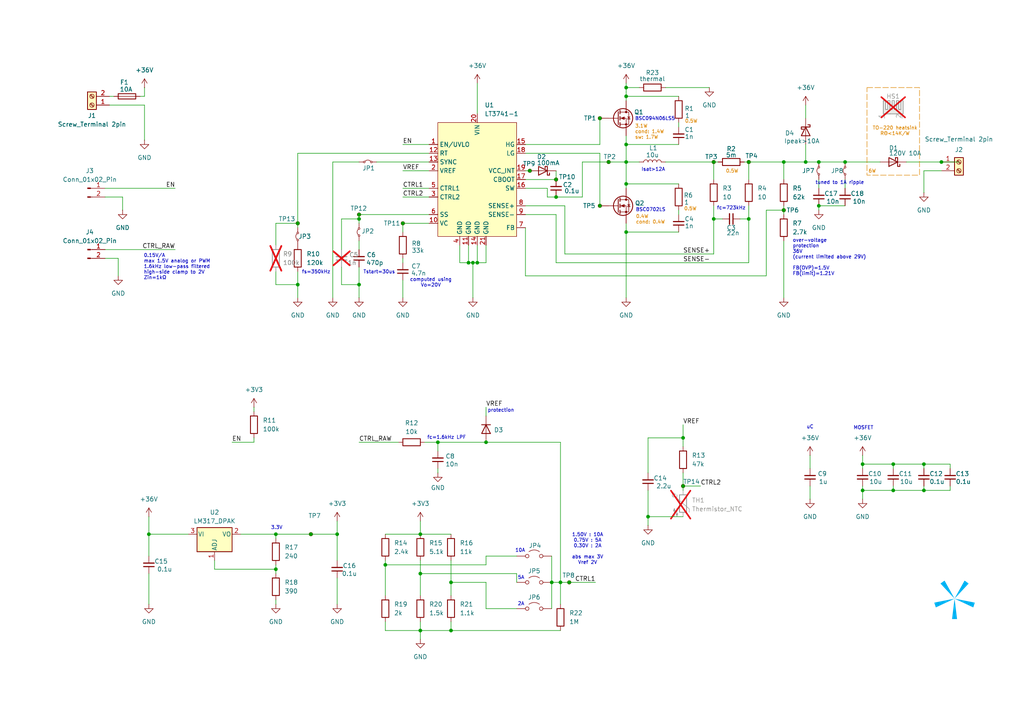
<source format=kicad_sch>
(kicad_sch (version 20250114) (generator "eeschema") (generator_version "9.0")
  (paper "A4")
  (title_block (title "Pulser V2 HC Test Board") (date "2026-01-08") (rev "1") (company "Spark Project") (comment 1 "夕月霞"))
  (rectangle (start 251.46 25.4) (end 266.7 50.8) (stroke (width 0) (type dash) (color 221 133 0 1)))
  (text "fs=350kHz" (at 91.694 78.994 0) (effects (font (size 1 1))))
  (text "computed using\nVo=20V" (at 124.968 82.042 0) (effects (font (size 1 1))))
  (text "3.1W\ncond: 1.4W\nsw: 1.7W" (at 184.15 38.354 0) (effects (font (size 1 1)) (justify left)))
  (text "1.50V : 10A\n0.75V : 5A\n0.30V : 2A\n\nabs max 3V\nVref 2V" (at 170.434 159.258 0) (effects (font (size 1 1))))
  (text "fc=723kHz" (at 212.09 60.452 0) (effects (font (size 1 1))))
  (text "5A" (at 151.13 167.64 0) (effects (font (size 1 1))))
  (text "6W" (at 252.984 49.784 0) (effects (font (size 1 1))))
  (text "3.3V" (at 80.264 153.162 0) (effects (font (size 1 1))))
  (text "fc=1.6kHz LPF" (at 129.54 127 0) (effects (font (size 1 1))))
  (text "over-voltage\nprotection\n36V\n(current limited above 29V)\n\nFB(OVP)=1.5V\nFB(limit)=1.21V" (at 229.87 74.676 0) (effects (font (size 1 1)) (justify left)))
  (text "uC" (at 234.95 123.952 0) (effects (font (size 1 1))))
  (text "MOSFET" (at 250.444 124.206 0) (effects (font (size 1 1))))
  (text "Isat>12A" (at 189.484 49.276 0) (effects (font (size 1 1))))
  (text "0.15V/A\nmax 1.5V analog or PWM\n1.6kHz low-pass filtered\nhigh-side clamp to 2V\nZin=1kΩ" (at 41.656 77.47 0) (effects (font (size 1 1)) (justify left)))
  (text "BSC094N06LS5" (at 189.992 34.544 0) (effects (font (size 1 1))))
  (text "2A" (at 151.13 175.26 0) (effects (font (size 1 1))))
  (text "tuned to 1A ripple" (at 236.474 53.086 0) (effects (font (size 1 1)) (justify left)))
  (text "0.5W" (at 198.628 35.306 0) (effects (font (size 1 1)) (justify left)))
  (text "TO-220 heatsink\nRΘ<14K/W" (at 259.588 38.1 0) (effects (font (size 1 1))))
  (text "Tstart=30us" (at 109.982 78.994 0) (effects (font (size 1 1))))
  (text "protection" (at 145.288 119.126 0) (effects (font (size 1 1))))
  (text "BSC0702LS" (at 188.722 60.96 0) (effects (font (size 1 1))))
  (text "0.5W" (at 198.374 60.706 0) (effects (font (size 1 1)) (justify left)))
  (text "0.4W\ncond: 0.4W" (at 184.404 63.754 0) (effects (font (size 1 1)) (justify left)))
  (text "10A" (at 150.876 159.766 0) (effects (font (size 1 1))))
  (text "0.5W" (at 212.344 49.784 0) (effects (font (size 1 1))))
  (junction (at 86.36 82.55))
  (junction (at 80.01 165.1))
  (junction (at 217.17 46.99))
  (junction (at 97.79 154.94))
  (junction (at 137.16 76.2))
  (junction (at 111.76 163.83))
  (junction (at 181.61 67.31))
  (junction (at 165.1 168.91))
  (junction (at 233.68 46.99))
  (junction (at 121.92 182.88))
  (junction (at 43.18 154.94))
  (junction (at 227.33 46.99))
  (junction (at 104.14 62.23))
  (junction (at 267.97 134.62))
  (junction (at 176.53 46.99))
  (junction (at 217.17 63.5))
  (junction (at 207.01 63.5))
  (junction (at 173.99 59.69))
  (junction (at 181.61 27.94))
  (junction (at 198.12 127))
  (junction (at 121.92 166.37))
  (junction (at 237.49 46.99))
  (junction (at 227.33 60.96))
  (junction (at 259.08 134.62))
  (junction (at 181.61 25.4))
  (junction (at 267.97 142.24))
  (junction (at 130.81 168.91))
  (junction (at 173.99 34.29))
  (junction (at 135.89 76.2))
  (junction (at 273.05 46.99))
  (junction (at 104.14 63.5))
  (junction (at 161.29 57.15))
  (junction (at 86.36 64.77))
  (junction (at 130.81 182.88))
  (junction (at 245.11 46.99))
  (junction (at 187.96 149.86))
  (junction (at 207.01 46.99))
  (junction (at 153.67 49.53))
  (junction (at 90.17 154.94))
  (junction (at 181.61 41.91))
  (junction (at 161.29 52.07))
  (junction (at 181.61 53.34))
  (junction (at 162.56 168.91))
  (junction (at 138.43 76.2))
  (junction (at 198.12 140.97))
  (junction (at 250.19 142.24))
  (junction (at 104.14 82.55))
  (junction (at 259.08 142.24))
  (junction (at 140.97 128.27))
  (junction (at 160.02 168.91))
  (junction (at 237.49 59.69))
  (junction (at 181.61 46.99))
  (junction (at 127 128.27))
  (junction (at 121.92 154.94))
  (junction (at 116.84 64.77))
  (junction (at 80.01 154.94))
  (junction (at 250.19 134.62))
  (wire (pts (xy 80.01 163.83) (xy 80.01 165.1)))
  (wire (pts (xy 227.33 46.99) (xy 233.68 46.99)))
  (wire (pts (xy 140.97 176.53) (xy 140.97 168.91)))
  (wire (pts (xy 140.97 71.12) (xy 140.97 76.2)))
  (wire (pts (xy 207.01 63.5) (xy 209.55 63.5)))
  (wire (pts (xy 43.18 154.94) (xy 54.61 154.94)))
  (wire (pts (xy 187.96 127) (xy 198.12 127)))
  (wire (pts (xy 80.01 64.77) (xy 80.01 71.12)))
  (wire (pts (xy 237.49 52.07) (xy 237.49 54.61)))
  (wire (pts (xy 99.06 77.47) (xy 99.06 82.55)))
  (wire (pts (xy 181.61 46.99) (xy 185.42 46.99)))
  (wire (pts (xy 152.4 80.01) (xy 222.25 80.01)))
  (wire (pts (xy 86.36 44.45) (xy 86.36 64.77)))
  (wire (pts (xy 43.18 175.26) (xy 43.18 166.37)))
  (wire (pts (xy 181.61 27.94) (xy 196.85 27.94)))
  (wire (pts (xy 160.02 161.29) (xy 160.02 168.91)))
  (wire (pts (xy 130.81 182.88) (xy 162.56 182.88)))
  (wire (pts (xy 207.01 46.99) (xy 207.01 52.07)))
  (wire (pts (xy 152.4 44.45) (xy 173.99 44.45)))
  (wire (pts (xy 124.46 54.61) (xy 116.84 54.61)))
  (wire (pts (xy 127 128.27) (xy 140.97 128.27)))
  (wire (pts (xy 121.92 151.13) (xy 121.92 154.94)))
  (wire (pts (xy 99.06 63.5) (xy 99.06 72.39)))
  (wire (pts (xy 217.17 63.5) (xy 217.17 76.2)))
  (wire (pts (xy 140.97 76.2) (xy 138.43 76.2)))
  (wire (pts (xy 273.05 49.53) (xy 267.97 49.53)))
  (wire (pts (xy 140.97 161.29) (xy 140.97 163.83)))
  (wire (pts (xy 137.16 86.36) (xy 137.16 76.2)))
  (wire (pts (xy 130.81 182.88) (xy 130.81 180.34)))
  (wire (pts (xy 267.97 135.89) (xy 267.97 134.62)))
  (wire (pts (xy 30.48 74.93) (xy 34.29 74.93)))
  (wire (pts (xy 161.29 62.23) (xy 161.29 76.2)))
  (wire (pts (xy 163.83 59.69) (xy 163.83 73.66)))
  (wire (pts (xy 104.14 86.36) (xy 104.14 82.55)))
  (wire (pts (xy 135.89 71.12) (xy 135.89 76.2)))
  (wire (pts (xy 181.61 41.91) (xy 181.61 46.99)))
  (wire (pts (xy 259.08 142.24) (xy 250.19 142.24)))
  (wire (pts (xy 31.75 30.48) (xy 41.91 30.48)))
  (wire (pts (xy 267.97 142.24) (xy 259.08 142.24)))
  (wire (pts (xy 96.52 86.36) (xy 96.52 46.99)))
  (wire (pts (xy 181.61 27.94) (xy 181.61 29.21)))
  (wire (pts (xy 250.19 134.62) (xy 250.19 135.89)))
  (wire (pts (xy 97.79 151.13) (xy 97.79 154.94)))
  (wire (pts (xy 80.01 78.74) (xy 80.01 82.55)))
  (wire (pts (xy 173.99 44.45) (xy 173.99 59.69)))
  (wire (pts (xy 104.14 69.85) (xy 104.14 72.39)))
  (wire (pts (xy 267.97 140.97) (xy 267.97 142.24)))
  (wire (pts (xy 140.97 163.83) (xy 111.76 163.83)))
  (wire (pts (xy 160.02 168.91) (xy 162.56 168.91)))
  (wire (pts (xy 97.79 154.94) (xy 90.17 154.94)))
  (wire (pts (xy 149.86 168.91) (xy 149.86 166.37)))
  (wire (pts (xy 80.01 165.1) (xy 80.01 166.37)))
  (wire (pts (xy 181.61 25.4) (xy 185.42 25.4)))
  (wire (pts (xy 275.59 135.89) (xy 275.59 134.62)))
  (wire (pts (xy 193.04 46.99) (xy 207.01 46.99)))
  (wire (pts (xy 104.14 62.23) (xy 104.14 63.5)))
  (wire (pts (xy 111.76 162.56) (xy 111.76 163.83)))
  (wire (pts (xy 73.66 127) (xy 73.66 128.27)))
  (wire (pts (xy 97.79 162.56) (xy 97.79 154.94)))
  (wire (pts (xy 207.01 59.69) (xy 207.01 63.5)))
  (wire (pts (xy 245.11 52.07) (xy 245.11 54.61)))
  (wire (pts (xy 104.14 82.55) (xy 104.14 77.47)))
  (wire (pts (xy 275.59 140.97) (xy 275.59 142.24)))
  (wire (pts (xy 97.79 167.64) (xy 97.79 175.26)))
  (wire (pts (xy 187.96 149.86) (xy 198.12 149.86)))
  (wire (pts (xy 227.33 60.96) (xy 227.33 62.23)))
  (wire (pts (xy 245.11 46.99) (xy 255.27 46.99)))
  (wire (pts (xy 116.84 81.28) (xy 116.84 86.36)))
  (wire (pts (xy 104.14 128.27) (xy 115.57 128.27)))
  (wire (pts (xy 127 128.27) (xy 123.19 128.27)))
  (wire (pts (xy 237.49 46.99) (xy 245.11 46.99)))
  (wire (pts (xy 250.19 140.97) (xy 250.19 142.24)))
  (wire (pts (xy 41.91 25.4) (xy 41.91 27.94)))
  (wire (pts (xy 90.17 154.94) (xy 80.01 154.94)))
  (wire (pts (xy 222.25 80.01) (xy 222.25 60.96)))
  (wire (pts (xy 43.18 154.94) (xy 43.18 161.29)))
  (wire (pts (xy 181.61 24.13) (xy 181.61 25.4)))
  (wire (pts (xy 30.48 72.39) (xy 50.8 72.39)))
  (wire (pts (xy 217.17 46.99) (xy 227.33 46.99)))
  (wire (pts (xy 99.06 63.5) (xy 104.14 63.5)))
  (wire (pts (xy 73.66 128.27) (xy 67.31 128.27)))
  (wire (pts (xy 165.1 168.91) (xy 172.72 168.91)))
  (wire (pts (xy 116.84 57.15) (xy 124.46 57.15)))
  (wire (pts (xy 163.83 73.66) (xy 207.01 73.66)))
  (wire (pts (xy 198.12 123.19) (xy 198.12 127)))
  (wire (pts (xy 116.84 74.93) (xy 116.84 76.2)))
  (wire (pts (xy 35.56 57.15) (xy 35.56 60.96)))
  (wire (pts (xy 259.08 140.97) (xy 259.08 142.24)))
  (wire (pts (xy 86.36 64.77) (xy 86.36 66.04)))
  (wire (pts (xy 96.52 46.99) (xy 104.14 46.99)))
  (wire (pts (xy 198.12 137.16) (xy 198.12 140.97)))
  (wire (pts (xy 34.29 74.93) (xy 34.29 80.01)))
  (wire (pts (xy 152.4 66.04) (xy 152.4 80.01)))
  (wire (pts (xy 259.08 135.89) (xy 259.08 134.62)))
  (wire (pts (xy 158.75 57.15) (xy 158.75 54.61)))
  (wire (pts (xy 41.91 30.48) (xy 41.91 40.64)))
  (wire (pts (xy 196.85 60.96) (xy 196.85 62.23)))
  (wire (pts (xy 140.97 128.27) (xy 162.56 128.27)))
  (wire (pts (xy 181.61 64.77) (xy 181.61 67.31)))
  (wire (pts (xy 162.56 168.91) (xy 162.56 175.26)))
  (wire (pts (xy 233.68 41.91) (xy 233.68 46.99)))
  (wire (pts (xy 181.61 41.91) (xy 196.85 41.91)))
  (wire (pts (xy 181.61 46.99) (xy 181.61 53.34)))
  (wire (pts (xy 86.36 44.45) (xy 124.46 44.45)))
  (wire (pts (xy 168.91 46.99) (xy 168.91 57.15)))
  (wire (pts (xy 121.92 182.88) (xy 130.81 182.88)))
  (wire (pts (xy 207.01 46.99) (xy 208.28 46.99)))
  (wire (pts (xy 121.92 162.56) (xy 121.92 166.37)))
  (wire (pts (xy 267.97 49.53) (xy 267.97 55.88)))
  (wire (pts (xy 80.01 156.21) (xy 80.01 154.94)))
  (wire (pts (xy 130.81 168.91) (xy 130.81 172.72)))
  (wire (pts (xy 198.12 140.97) (xy 198.12 142.24)))
  (wire (pts (xy 138.43 71.12) (xy 138.43 76.2)))
  (wire (pts (xy 227.33 69.85) (xy 227.33 86.36)))
  (wire (pts (xy 173.99 41.91) (xy 173.99 34.29)))
  (wire (pts (xy 181.61 67.31) (xy 196.85 67.31)))
  (wire (pts (xy 233.68 30.48) (xy 233.68 34.29)))
  (wire (pts (xy 187.96 127) (xy 187.96 137.16)))
  (wire (pts (xy 162.56 128.27) (xy 162.56 168.91)))
  (wire (pts (xy 149.86 161.29) (xy 140.97 161.29)))
  (wire (pts (xy 181.61 67.31) (xy 181.61 86.36)))
  (wire (pts (xy 207.01 63.5) (xy 207.01 73.66)))
  (wire (pts (xy 86.36 82.55) (xy 86.36 86.36)))
  (wire (pts (xy 86.36 64.77) (xy 80.01 64.77)))
  (wire (pts (xy 80.01 173.99) (xy 80.01 175.26)))
  (wire (pts (xy 73.66 118.11) (xy 73.66 119.38)))
  (wire (pts (xy 181.61 39.37) (xy 181.61 41.91)))
  (wire (pts (xy 196.85 35.56) (xy 196.85 36.83)))
  (wire (pts (xy 116.84 41.91) (xy 124.46 41.91)))
  (wire (pts (xy 234.95 132.08) (xy 234.95 135.89)))
  (wire (pts (xy 121.92 154.94) (xy 130.81 154.94)))
  (wire (pts (xy 121.92 182.88) (xy 121.92 185.42)))
  (wire (pts (xy 116.84 49.53) (xy 124.46 49.53)))
  (wire (pts (xy 214.63 63.5) (xy 217.17 63.5)))
  (wire (pts (xy 152.4 62.23) (xy 161.29 62.23)))
  (wire (pts (xy 275.59 134.62) (xy 267.97 134.62)))
  (wire (pts (xy 181.61 25.4) (xy 181.61 27.94)))
  (wire (pts (xy 149.86 176.53) (xy 140.97 176.53)))
  (wire (pts (xy 133.35 71.12) (xy 133.35 76.2)))
  (wire (pts (xy 181.61 53.34) (xy 181.61 54.61)))
  (wire (pts (xy 111.76 182.88) (xy 121.92 182.88)))
  (wire (pts (xy 217.17 52.07) (xy 217.17 46.99)))
  (wire (pts (xy 162.56 168.91) (xy 165.1 168.91)))
  (wire (pts (xy 62.23 165.1) (xy 80.01 165.1)))
  (wire (pts (xy 152.4 49.53) (xy 153.67 49.53)))
  (wire (pts (xy 237.49 59.69) (xy 245.11 59.69)))
  (wire (pts (xy 158.75 54.61) (xy 152.4 54.61)))
  (wire (pts (xy 130.81 162.56) (xy 130.81 168.91)))
  (wire (pts (xy 193.04 25.4) (xy 205.74 25.4)))
  (wire (pts (xy 187.96 149.86) (xy 187.96 152.4)))
  (wire (pts (xy 30.48 57.15) (xy 35.56 57.15)))
  (wire (pts (xy 31.75 27.94) (xy 33.02 27.94)))
  (wire (pts (xy 152.4 59.69) (xy 163.83 59.69)))
  (wire (pts (xy 161.29 49.53) (xy 161.29 52.07)))
  (wire (pts (xy 80.01 82.55) (xy 86.36 82.55)))
  (wire (pts (xy 161.29 76.2) (xy 217.17 76.2)))
  (wire (pts (xy 237.49 59.69) (xy 237.49 60.96)))
  (wire (pts (xy 69.85 154.94) (xy 80.01 154.94)))
  (wire (pts (xy 121.92 166.37) (xy 149.86 166.37)))
  (wire (pts (xy 222.25 60.96) (xy 227.33 60.96)))
  (wire (pts (xy 278.13 46.99) (xy 273.05 46.99)))
  (wire (pts (xy 62.23 162.56) (xy 62.23 165.1)))
  (wire (pts (xy 86.36 78.74) (xy 86.36 82.55)))
  (wire (pts (xy 227.33 46.99) (xy 227.33 52.07)))
  (wire (pts (xy 111.76 154.94) (xy 121.92 154.94)))
  (wire (pts (xy 109.22 46.99) (xy 124.46 46.99)))
  (wire (pts (xy 127 130.81) (xy 127 128.27)))
  (wire (pts (xy 187.96 142.24) (xy 187.96 149.86)))
  (wire (pts (xy 135.89 76.2) (xy 137.16 76.2)))
  (wire (pts (xy 140.97 118.11) (xy 140.97 120.65)))
  (wire (pts (xy 127 135.89) (xy 127 137.16)))
  (wire (pts (xy 111.76 180.34) (xy 111.76 182.88)))
  (wire (pts (xy 40.64 27.94) (xy 41.91 27.94)))
  (wire (pts (xy 267.97 134.62) (xy 259.08 134.62)))
  (wire (pts (xy 152.4 41.91) (xy 173.99 41.91)))
  (wire (pts (xy 234.95 140.97) (xy 234.95 144.78)))
  (wire (pts (xy 104.14 62.23) (xy 124.46 62.23)))
  (wire (pts (xy 275.59 142.24) (xy 267.97 142.24)))
  (wire (pts (xy 158.75 57.15) (xy 161.29 57.15)))
  (wire (pts (xy 43.18 149.86) (xy 43.18 154.94)))
  (wire (pts (xy 160.02 168.91) (xy 160.02 176.53)))
  (wire (pts (xy 217.17 59.69) (xy 217.17 63.5)))
  (wire (pts (xy 138.43 76.2) (xy 137.16 76.2)))
  (wire (pts (xy 259.08 134.62) (xy 250.19 134.62)))
  (wire (pts (xy 138.43 24.13) (xy 138.43 33.02)))
  (wire (pts (xy 152.4 52.07) (xy 161.29 52.07)))
  (wire (pts (xy 250.19 142.24) (xy 250.19 144.78)))
  (wire (pts (xy 133.35 76.2) (xy 135.89 76.2)))
  (wire (pts (xy 227.33 59.69) (xy 227.33 60.96)))
  (wire (pts (xy 30.48 54.61) (xy 50.8 54.61)))
  (wire (pts (xy 121.92 166.37) (xy 121.92 172.72)))
  (wire (pts (xy 215.9 46.99) (xy 217.17 46.99)))
  (wire (pts (xy 140.97 168.91) (xy 130.81 168.91)))
  (wire (pts (xy 262.89 46.99) (xy 273.05 46.99)))
  (wire (pts (xy 104.14 63.5) (xy 104.14 64.77)))
  (wire (pts (xy 198.12 127) (xy 198.12 129.54)))
  (wire (pts (xy 181.61 53.34) (xy 196.85 53.34)))
  (wire (pts (xy 233.68 46.99) (xy 237.49 46.99)))
  (wire (pts (xy 121.92 180.34) (xy 121.92 182.88)))
  (wire (pts (xy 116.84 64.77) (xy 124.46 64.77)))
  (wire (pts (xy 111.76 163.83) (xy 111.76 172.72)))
  (wire (pts (xy 198.12 140.97) (xy 203.2 140.97)))
  (wire (pts (xy 176.53 46.99) (xy 181.61 46.99)))
  (wire (pts (xy 116.84 67.31) (xy 116.84 64.77)))
  (wire (pts (xy 168.91 46.99) (xy 176.53 46.99)))
  (wire (pts (xy 99.06 82.55) (xy 104.14 82.55)))
  (wire (pts (xy 250.19 132.08) (xy 250.19 134.62)))
  (wire (pts (xy 161.29 57.15) (xy 168.91 57.15)))
  (image (at 276.86 173.99) (scale 1.13867))
  (label "CTRL_RAW" (at 50.8 72.39 180))
  (label "CTRL2" (at 203.2 140.97 0))
  (label "VREF" (at 140.97 118.11 0))
  (label "CTRL2" (at 116.84 57.15 0))
  (label "CTRL1" (at 172.72 168.91 180))
  (label "SENSE+" (at 198.12 73.66 0))
  (label "CTRL1" (at 116.84 54.61 0))
  (label "VREF" (at 116.84 49.53 0))
  (label "VREF" (at 198.12 123.19 0))
  (label "EN" (at 50.8 54.61 180))
  (label "SENSE-" (at 198.12 76.2 0))
  (label "EN" (at 67.31 128.27 0))
  (label "EN" (at 116.84 41.91 0))
  (label "CTRL_RAW" (at 104.14 128.27 0))
  (symbol (lib_id "Device:R") (at 111.76 176.53 180) (unit 1)
    (property "Reference" "R19" (at 114.3 175.2599 0) (effects (justify right)))
    (property "Value" "2k" (at 114.3 177.7999 0) (effects (justify right)))
    (property "Footprint" "Resistor_SMD:R_0603_1608Metric" (effects (hide yes)))
    (property "Description" "Resistor" (effects (hide yes)))
  )
  (symbol (lib_id "Device:L") (at 189.23 46.99 90) (unit 1)
    (property "Reference" "L1" (at 189.484 42.926 90))
    (property "Value" "10u" (at 189.23 44.958 90))
    (property "Footprint" "Inductor_SMD:L_Bourns_SRP1245A" (effects (hide yes)))
    (property "Description" "Inductor" (effects (hide yes)))
    (property "LCSC" "C840531" (effects (hide yes)))
  )
  (symbol (lib_id "power:VCC") (at 121.92 151.13 0) (unit 1)
    (property "Reference" "#PWR023" (effects (hide yes)))
    (property "Value" "+3V3" (at 121.92 146.05 0))
    (property "Description" "Power symbol creates a global label with name \"VCC\"" (effects (hide yes)))
  )
  (symbol (lib_id "Jumper:Jumper_2_Small_Bridged") (at 245.11 49.53 90) (unit 1) (in_bom no)
    (property "Reference" "JP8" (at 242.824 49.53 90))
    (property "Value" "Jumper_2_Small_Bridged" (effects (hide yes)))
    (property "Footprint" "Jumper:SolderJumper-2_P1.3mm_Bridged_RoundedPad1.0x1.5mm" (effects (hide yes)))
    (property "Description" "Jumper, 2-pole, small symbol, bridged" (effects (hide yes)))
  )
  (symbol (lib_id "Connector:Screw_Terminal_01x02") (at 26.67 30.48 180) (unit 1)
    (property "Reference" "J1" (at 26.67 33.528 0))
    (property "Value" "Screw_Terminal 2pin" (at 26.67 36.068 0))
    (property "Footprint" "SparkAll:Wurth_TerminalBlock_2pin_P5mm_691137710002" (effects (hide yes)))
    (property "Description" "Generic screw terminal, single row, 01x02, script generated (kicad-library-utils/schlib/autogen/connector/)" (effects (hide yes)))
    (property "LCSC" "C8269" (effects (hide yes)))
  )
  (symbol (lib_id "Device:C_Small") (at 116.84 78.74 180) (unit 1)
    (property "Reference" "C7" (at 120.65 77.216 0))
    (property "Value" "4.7n" (at 121.412 79.248 0))
    (property "Footprint" "Capacitor_SMD:C_0603_1608Metric" (effects (hide yes)))
    (property "Description" "Unpolarized capacitor, small symbol" (effects (hide yes)))
    (property "LCSC" "C53987" (effects (hide yes)))
  )
  (symbol (lib_id "Device:Q_NMOS") (at 179.07 34.29 0) (unit 1)
    (property "Reference" "Q1" (at 183.896 32.512 0) (effects (justify left)))
    (property "Value" "N-ch, Vds>=60V, low Qgs" (effects (hide yes)))
    (property "Footprint" "SparkAll:Infineon-TG-TDSON-8-NMOS" (effects (hide yes)))
    (property "Description" "N-MOSFET transistor, source/gate/drain" (effects (hide yes)))
    (property "LCSC" "C3278729" (effects (hide yes)))
  )
  (symbol (lib_id "Jumper:Jumper_2_Open") (at 154.94 161.29 0) (unit 1)
    (property "Reference" "JP4" (at 155.194 158.242 0))
    (property "Footprint" "Connector_PinHeader_2.54mm:PinHeader_1x02_P2.54mm_Vertical" (effects (hide yes)))
    (property "Description" "Jumper, 2-pole, open" (effects (hide yes)))
    (property "LCSC" "C492401" (effects (hide yes)))
  )
  (symbol (lib_id "power:GND") (at 34.29 80.01 0) (unit 1)
    (property "Reference" "#PWR07" (effects (hide yes)))
    (property "Value" "GND" (at 34.29 85.09 0))
    (property "Description" "Power symbol creates a global label with name \"GND\" , ground" (effects (hide yes)))
  )
  (symbol (lib_id "Connector:TestPoint_Small") (at 104.14 62.23 0) (unit 1) (in_bom no)
    (property "Reference" "TP12" (at 101.6 60.452 0) (effects (justify left)))
    (property "Value" "TestPoint" (effects (hide yes)))
    (property "Footprint" "TestPoint:TestPoint_Pad_D1.5mm" (effects (hide yes)))
    (property "Description" "test point" (effects (hide yes)))
  )
  (symbol (lib_id "Device:C_Small") (at 127 133.35 180) (unit 1)
    (property "Reference" "C8" (at 130.556 132.334 0))
    (property "Value" "10n" (at 131.064 134.62 0))
    (property "Footprint" "Capacitor_SMD:C_0603_1608Metric" (effects (hide yes)))
    (property "Description" "Unpolarized capacitor, small symbol" (effects (hide yes)))
    (property "LCSC" "C57112" (effects (hide yes)))
  )
  (symbol (lib_id "Device:R") (at 196.85 57.15 0) (unit 1)
    (property "Reference" "R6" (at 199.644 56.642 0))
    (property "Value" "1" (at 199.136 58.674 0))
    (property "Footprint" "Resistor_SMD:R_1206_3216Metric" (effects (hide yes)))
    (property "Description" "Resistor" (effects (hide yes)))
    (property "LCSC" "C2759212" (effects (hide yes)))
  )
  (symbol (lib_name "D_Schottky_1") (lib_id "Device:D_Schottky") (at 233.68 38.1 270) (unit 1)
    (property "Reference" "D4" (at 230.378 38.608 90) (effects (justify right)))
    (property "Value" "Ipeak>10A" (at 237.744 40.894 90) (effects (justify right)))
    (property "Footprint" "SparkAll:TO-227A-2P" (effects (hide yes)))
    (property "Description" "Schottky diode" (effects (hide yes)))
    (property "LCSC" "C2927414" (effects (hide yes)))
  )
  (symbol (lib_id "Device:R") (at 116.84 71.12 0) (unit 1)
    (property "Reference" "R8" (at 119.38 70.612 0) (effects (justify left)))
    (property "Value" "33k" (at 119.38 72.644 0) (effects (justify left)))
    (property "Footprint" "Resistor_SMD:R_0603_1608Metric" (effects (hide yes)))
    (property "Description" "Resistor" (effects (hide yes)))
  )
  (symbol (lib_id "power:VCC") (at 181.61 24.13 0) (unit 1)
    (property "Reference" "#PWR02" (effects (hide yes)))
    (property "Value" "+36V" (at 181.61 19.05 0))
    (property "Description" "Power symbol creates a global label with name \"VCC\"" (effects (hide yes)))
  )
  (symbol (lib_id "Connector:TestPoint_Small") (at 176.53 46.99 0) (unit 1) (in_bom no)
    (property "Reference" "TP2" (at 175.006 45.466 0) (effects (justify left)))
    (property "Value" "TestPoint" (effects (hide yes)))
    (property "Footprint" "TestPoint:TestPoint_Pad_D1.5mm" (effects (hide yes)))
    (property "Description" "test point" (effects (hide yes)))
  )
  (symbol (lib_id "power:GND") (at 181.61 86.36 0) (unit 1)
    (property "Reference" "#PWR013" (effects (hide yes)))
    (property "Value" "GND" (at 181.61 91.44 0))
    (property "Description" "Power symbol creates a global label with name \"GND\" , ground" (effects (hide yes)))
  )
  (symbol (lib_id "Jumper:Jumper_2_Small_Bridged") (at 86.36 68.58 90) (unit 1) (in_bom no)
    (property "Reference" "JP3" (at 88.392 68.58 90))
    (property "Value" "Jumper_2_Small_Bridged" (effects (hide yes)))
    (property "Footprint" "Jumper:SolderJumper-2_P1.3mm_Bridged_RoundedPad1.0x1.5mm" (effects (hide yes)))
    (property "Description" "Jumper, 2-pole, small symbol, bridged" (effects (hide yes)))
  )
  (symbol (lib_id "power:VCC") (at 97.79 151.13 0) (unit 1)
    (property "Reference" "#PWR022" (effects (hide yes)))
    (property "Value" "+3V3" (at 97.79 146.05 0))
    (property "Description" "Power symbol creates a global label with name \"VCC\"" (effects (hide yes)))
  )
  (symbol (lib_id "Device:R") (at 73.66 123.19 0) (unit 1)
    (property "Reference" "R11" (at 76.2 121.9199 0) (effects (justify left)))
    (property "Value" "100k" (at 76.2 124.4599 0) (effects (justify left)))
    (property "Footprint" "Resistor_SMD:R_0603_1608Metric" (effects (hide yes)))
    (property "Description" "Resistor" (effects (hide yes)))
  )
  (symbol (lib_id "power:GND") (at 80.01 175.26 0) (unit 1)
    (property "Reference" "#PWR028" (effects (hide yes)))
    (property "Value" "GND" (at 80.01 180.34 0))
    (property "Description" "Power symbol creates a global label with name \"GND\" , ground" (effects (hide yes)))
  )
  (symbol (lib_id "Device:C_Small") (at 267.97 138.43 180) (unit 1)
    (property "Reference" "C12" (at 271.526 137.414 0))
    (property "Value" "0.1u" (at 271.78 139.7 0))
    (property "Footprint" "Capacitor_SMD:C_0603_1608Metric" (effects (hide yes)))
    (property "Description" "Unpolarized capacitor, small symbol" (effects (hide yes)))
    (property "LCSC" "C14663" (effects (hide yes)))
  )
  (symbol (lib_id "Device:C_Small") (at 104.14 74.93 180) (unit 1)
    (property "Reference" "C6" (at 107.696 73.914 0))
    (property "Value" "470p" (at 108.712 76.2 0))
    (property "Footprint" "Capacitor_SMD:C_0603_1608Metric" (effects (hide yes)))
    (property "Description" "Unpolarized capacitor, small symbol" (effects (hide yes)))
    (property "LCSC" "C1620" (effects (hide yes)))
  )
  (symbol (lib_id "power:VCC") (at 73.66 118.11 0) (unit 1)
    (property "Reference" "#PWR015" (effects (hide yes)))
    (property "Value" "+3V3" (at 73.66 113.03 0))
    (property "Description" "Power symbol creates a global label with name \"VCC\"" (effects (hide yes)))
  )
  (symbol (lib_id "Device:R") (at 189.23 25.4 90) (unit 1)
    (property "Reference" "R23" (at 189.23 21.082 90))
    (property "Value" "thermal" (at 189.23 22.86 90))
    (property "Footprint" "Resistor_SMD:R_1225_3264Metric" (effects (hide yes)))
    (property "Description" "Resistor" (effects (hide yes)))
    (property "LCSC" "C22414428" (effects (hide yes)))
  )
  (symbol (lib_id "Connector:TestPoint_Small") (at 207.01 46.99 0) (unit 1) (in_bom no)
    (property "Reference" "TP3" (at 204.47 45.466 0) (effects (justify left)))
    (property "Value" "TestPoint" (effects (hide yes)))
    (property "Footprint" "TestPoint:TestPoint_Pad_D1.5mm" (effects (hide yes)))
    (property "Description" "test point" (effects (hide yes)))
  )
  (symbol (lib_id "Device:C_Small") (at 97.79 165.1 180) (unit 1)
    (property "Reference" "C16" (at 101.346 164.084 0))
    (property "Value" "0.1u" (at 101.346 166.37 0))
    (property "Footprint" "Capacitor_SMD:C_0603_1608Metric" (effects (hide yes)))
    (property "Description" "Unpolarized capacitor, small symbol" (effects (hide yes)))
    (property "LCSC" "C14663" (effects (hide yes)))
  )
  (symbol (lib_id "Device:R") (at 80.01 170.18 0) (unit 1)
    (property "Reference" "R18" (at 82.55 168.9099 0) (effects (justify left)))
    (property "Value" "390" (at 82.55 171.4499 0) (effects (justify left)))
    (property "Footprint" "Resistor_SMD:R_0603_1608Metric" (effects (hide yes)))
    (property "Description" "Resistor" (effects (hide yes)))
  )
  (symbol (lib_id "Connector:TestPoint_Small") (at 227.33 60.96 270) (unit 1) (in_bom no)
    (property "Reference" "TP6" (at 228.092 60.96 90) (effects (justify left)))
    (property "Value" "TestPoint" (effects (hide yes)))
    (property "Footprint" "TestPoint:TestPoint_Pad_D1.5mm" (effects (hide yes)))
    (property "Description" "test point" (effects (hide yes)))
  )
  (symbol (lib_id "power:GND") (at 267.97 55.88 0) (unit 1)
    (property "Reference" "#PWR05" (effects (hide yes)))
    (property "Value" "GND" (at 267.97 60.96 0))
    (property "Description" "Power symbol creates a global label with name \"GND\" , ground" (effects (hide yes)))
  )
  (symbol (lib_id "power:VCC") (at 250.19 132.08 0) (unit 1)
    (property "Reference" "#PWR017" (effects (hide yes)))
    (property "Value" "+36V" (at 250.19 127 0))
    (property "Description" "Power symbol creates a global label with name \"VCC\"" (effects (hide yes)))
  )
  (symbol (lib_id "power:GND") (at 205.74 25.4 0) (unit 1)
    (property "Reference" "#PWR031" (effects (hide yes)))
    (property "Value" "GND" (at 205.74 30.48 0))
    (property "Description" "Power symbol creates a global label with name \"GND\" , ground" (effects (hide yes)))
  )
  (symbol (lib_id "Device:D_Schottky") (at 259.08 46.99 180) (unit 1)
    (property "Reference" "D1" (at 257.81 42.926 0) (effects (justify right)))
    (property "Value" "120V 10A" (at 257.81 44.45 0) (effects (justify right)))
    (property "Footprint" "Package_TO_SOT_THT:TO-220-2_Vertical" (effects (hide yes)))
    (property "Description" "Schottky diode" (effects (hide yes)))
    (property "LCSC" "C10623" (effects (hide yes)))
  )
  (symbol (lib_id "power:GND") (at 43.18 175.26 0) (unit 1)
    (property "Reference" "#PWR027" (effects (hide yes)))
    (property "Value" "GND" (at 43.18 180.34 0))
    (property "Description" "Power symbol creates a global label with name \"GND\" , ground" (effects (hide yes)))
  )
  (symbol (lib_id "Device:R") (at 121.92 176.53 180) (unit 1)
    (property "Reference" "R20" (at 124.46 175.2599 0) (effects (justify right)))
    (property "Value" "1.5k" (at 124.46 177.7999 0) (effects (justify right)))
    (property "Footprint" "Resistor_SMD:R_0603_1608Metric" (effects (hide yes)))
    (property "Description" "Resistor" (effects (hide yes)))
  )
  (symbol (lib_id "power:GND") (at 41.91 40.64 0) (unit 1)
    (property "Reference" "#PWR04" (effects (hide yes)))
    (property "Value" "GND" (at 41.91 45.72 0))
    (property "Description" "Power symbol creates a global label with name \"GND\" , ground" (effects (hide yes)))
  )
  (symbol (lib_id "Device:C_Small") (at 245.11 57.15 180) (unit 1)
    (property "Reference" "C18" (at 248.666 56.134 0))
    (property "Value" "10n" (at 249.174 58.42 0))
    (property "Footprint" "Capacitor_SMD:C_0603_1608Metric" (effects (hide yes)))
    (property "Description" "Unpolarized capacitor, small symbol" (effects (hide yes)))
    (property "LCSC" "C57112" (effects (hide yes)))
  )
  (symbol (lib_id "Connector:Conn_01x02_Pin") (at 25.4 54.61 0) (unit 1)
    (property "Reference" "J3" (at 26.035 49.53 0))
    (property "Value" "Conn_01x02_Pin" (at 26.035 52.07 0))
    (property "Footprint" "Connector_PinHeader_2.54mm:PinHeader_1x02_P2.54mm_Vertical" (effects (hide yes)))
    (property "Description" "Generic connector, single row, 01x02, script generated" (effects (hide yes)))
    (property "LCSC" "C492401" (effects (hide yes)))
  )
  (symbol (lib_id "Device:Fuse") (at 36.83 27.94 90) (unit 1)
    (property "Reference" "F1" (at 36.068 23.876 90))
    (property "Value" "10A" (at 36.576 25.908 90))
    (property "Footprint" "Fuse:Fuse_Littelfuse-NANO2-451_453" (effects (hide yes)))
    (property "Description" "Fuse" (effects (hide yes)))
    (property "LCSC" "C44479" (effects (hide yes)))
  )
  (symbol (lib_id "Device:C_Small") (at 99.06 74.93 180) (unit 1) (dnp yes)
    (property "Reference" "C5" (at 102.616 73.914 0))
    (property "Value" "1n" (at 102.108 76.2 0))
    (property "Footprint" "Capacitor_SMD:C_0603_1608Metric" (effects (hide yes)))
    (property "Description" "Unpolarized capacitor, small symbol" (effects (hide yes)))
    (property "LCSC" "C1588" (effects (hide yes)))
  )
  (symbol (lib_id "Device:Thermistor_NTC") (at 198.12 146.05 0) (unit 1) (dnp yes)
    (property "Reference" "TH1" (at 200.66 145.0974 0) (effects (justify left)))
    (property "Value" "Thermistor_NTC" (at 200.66 147.6374 0) (effects (justify left)))
    (property "Footprint" "Resistor_SMD:R_0603_1608Metric" (effects (hide yes)))
    (property "Description" "Temperature dependent resistor, negative temperature coefficient" (effects (hide yes)))
  )
  (symbol (lib_id "Device:R") (at 227.33 55.88 0) (unit 1)
    (property "Reference" "R5" (at 229.87 54.6099 0) (effects (justify left)))
    (property "Value" "62k" (at 229.87 57.1499 0) (effects (justify left)))
    (property "Footprint" "Resistor_SMD:R_0603_1608Metric" (effects (hide yes)))
    (property "Description" "Resistor" (effects (hide yes)))
  )
  (symbol (lib_id "Device:R") (at 121.92 158.75 0) (unit 1)
    (property "Reference" "R15" (at 124.46 157.4799 0) (effects (justify left)))
    (property "Value" "5.1k" (at 124.46 160.0199 0) (effects (justify left)))
    (property "Footprint" "Resistor_SMD:R_0603_1608Metric" (effects (hide yes)))
    (property "Description" "Resistor" (effects (hide yes)))
  )
  (symbol (lib_id "Connector:TestPoint_Small") (at 86.36 64.77 0) (unit 1) (in_bom no)
    (property "Reference" "TP13" (at 80.772 63.5 0) (effects (justify left)))
    (property "Value" "TestPoint" (effects (hide yes)))
    (property "Footprint" "TestPoint:TestPoint_Pad_D1.5mm" (effects (hide yes)))
    (property "Description" "test point" (effects (hide yes)))
  )
  (symbol (lib_id "power:GND") (at 187.96 152.4 0) (unit 1)
    (property "Reference" "#PWR024" (effects (hide yes)))
    (property "Value" "GND" (at 187.96 157.48 0))
    (property "Description" "Power symbol creates a global label with name \"GND\" , ground" (effects (hide yes)))
  )
  (symbol (lib_id "power:GND") (at 227.33 86.36 0) (unit 1)
    (property "Reference" "#PWR014" (effects (hide yes)))
    (property "Value" "GND" (at 227.33 91.44 0))
    (property "Description" "Power symbol creates a global label with name \"GND\" , ground" (effects (hide yes)))
  )
  (symbol (lib_id "Connector:Screw_Terminal_01x02") (at 278.13 46.99 0) (unit 1)
    (property "Reference" "J2" (at 278.13 43.434 0))
    (property "Value" "Screw_Terminal 2pin" (at 278.13 40.386 0))
    (property "Footprint" "SparkAll:Wurth_TerminalBlock_2pin_P5mm_691137710002" (effects (hide yes)))
    (property "Description" "Generic screw terminal, single row, 01x02, script generated (kicad-library-utils/schlib/autogen/connector/)" (effects (hide yes)))
    (property "LCSC" "C8269" (effects (hide yes)))
  )
  (symbol (lib_id "Connector:TestPoint_Small") (at 173.99 34.29 90) (unit 1) (in_bom no)
    (property "Reference" "TP1" (at 172.974 34.29 90) (effects (justify left)))
    (property "Value" "TestPoint" (effects (hide yes)))
    (property "Footprint" "TestPoint:TestPoint_Pad_D1.5mm" (effects (hide yes)))
    (property "Description" "test point" (effects (hide yes)))
  )
  (symbol (lib_id "Device:R") (at 207.01 55.88 0) (unit 1)
    (property "Reference" "R3" (at 209.55 54.6099 0) (effects (justify left)))
    (property "Value" "10" (at 209.55 57.1499 0) (effects (justify left)))
    (property "Footprint" "Resistor_SMD:R_0603_1608Metric" (effects (hide yes)))
    (property "Description" "Resistor" (effects (hide yes)))
    (property "LCSC" "C22859" (effects (hide yes)))
  )
  (symbol (lib_id "Device:C_Small") (at 43.18 163.83 180) (unit 1)
    (property "Reference" "C15" (at 46.736 162.814 0))
    (property "Value" "0.1u" (at 47.752 165.1 0))
    (property "Footprint" "Capacitor_SMD:C_0603_1608Metric" (effects (hide yes)))
    (property "Description" "Unpolarized capacitor, small symbol" (effects (hide yes)))
    (property "LCSC" "C14663" (effects (hide yes)))
  )
  (symbol (lib_id "Connector:TestPoint_Small") (at 90.17 154.94 0) (unit 1) (in_bom no)
    (property "Reference" "TP7" (at 89.408 149.606 0) (effects (justify left)))
    (property "Value" "TestPoint" (effects (hide yes)))
    (property "Footprint" "TestPoint:TestPoint_Pad_D1.5mm" (effects (hide yes)))
    (property "Description" "test point" (effects (hide yes)))
  )
  (symbol (lib_id "Connector:TestPoint_Small") (at 165.1 168.91 0) (unit 1) (in_bom no)
    (property "Reference" "TP8" (at 163.068 166.878 0) (effects (justify left)))
    (property "Value" "TestPoint" (effects (hide yes)))
    (property "Footprint" "TestPoint:TestPoint_Pad_D1.5mm" (effects (hide yes)))
    (property "Description" "test point" (effects (hide yes)))
  )
  (symbol (lib_id "Device:C_Small") (at 250.19 138.43 180) (unit 1)
    (property "Reference" "C10" (at 253.746 137.414 0))
    (property "Value" "10u" (at 254 139.7 0))
    (property "Footprint" "Capacitor_SMD:C_1206_3216Metric" (effects (hide yes)))
    (property "Description" "Unpolarized capacitor, small symbol" (effects (hide yes)))
    (property "LCSC" "C13585" (effects (hide yes)))
  )
  (symbol (lib_id "Jumper:Jumper_2_Open") (at 154.94 176.53 0) (unit 1)
    (property "Reference" "JP6" (at 154.94 173.228 0))
    (property "Footprint" "Connector_PinHeader_2.54mm:PinHeader_1x02_P2.54mm_Vertical" (effects (hide yes)))
    (property "Description" "Jumper, 2-pole, open" (effects (hide yes)))
    (property "LCSC" "C492401" (effects (hide yes)))
  )
  (symbol (lib_id "power:GND") (at 137.16 86.36 0) (unit 1)
    (property "Reference" "#PWR012" (effects (hide yes)))
    (property "Value" "GND" (at 137.16 91.44 0))
    (property "Description" "Power symbol creates a global label with name \"GND\" , ground" (effects (hide yes)))
  )
  (symbol (lib_id "Device:R") (at 162.56 179.07 0) (unit 1)
    (property "Reference" "R22" (at 165.1 177.7999 0) (effects (justify left)))
    (property "Value" "1M" (at 165.1 180.3399 0) (effects (justify left)))
    (property "Footprint" "Resistor_SMD:R_0603_1608Metric" (effects (hide yes)))
    (property "Description" "Resistor" (effects (hide yes)))
  )
  (symbol (lib_id "Device:C_Small") (at 234.95 138.43 180) (unit 1)
    (property "Reference" "C9" (at 238.506 137.414 0))
    (property "Value" "1u" (at 238.76 139.7 0))
    (property "Footprint" "Capacitor_SMD:C_1206_3216Metric" (effects (hide yes)))
    (property "Description" "Unpolarized capacitor, small symbol" (effects (hide yes)))
    (property "LCSC" "C1848" (effects (hide yes)))
  )
  (symbol (lib_id "Device:C_Small") (at 237.49 57.15 180) (unit 1)
    (property "Reference" "C17" (at 241.046 56.134 0))
    (property "Value" "10n" (at 241.554 58.42 0))
    (property "Footprint" "Capacitor_SMD:C_0603_1608Metric" (effects (hide yes)))
    (property "Description" "Unpolarized capacitor, small symbol" (effects (hide yes)))
    (property "LCSC" "C57112" (effects (hide yes)))
  )
  (symbol (lib_id "Device:C_Small") (at 161.29 54.61 180) (unit 1)
    (property "Reference" "C2" (at 164.592 53.594 0))
    (property "Value" "0.1u" (at 165.862 55.372 0))
    (property "Footprint" "Capacitor_SMD:C_0603_1608Metric" (effects (hide yes)))
    (property "Description" "Unpolarized capacitor, small symbol" (effects (hide yes)))
    (property "LCSC" "C14663" (effects (hide yes)))
  )
  (symbol (lib_id "power:VCC") (at 234.95 132.08 0) (unit 1)
    (property "Reference" "#PWR016" (effects (hide yes)))
    (property "Value" "+36V" (at 234.95 127 0))
    (property "Description" "Power symbol creates a global label with name \"VCC\"" (effects (hide yes)))
  )
  (symbol (lib_id "Device:C_Small") (at 187.96 139.7 180) (unit 1)
    (property "Reference" "C14" (at 191.516 138.684 0))
    (property "Value" "2.2u" (at 192.532 140.97 0))
    (property "Footprint" "Capacitor_SMD:C_1206_3216Metric" (effects (hide yes)))
    (property "Description" "Unpolarized capacitor, small symbol" (effects (hide yes)))
    (property "LCSC" "C50254" (effects (hide yes)))
  )
  (symbol (lib_id "Device:D") (at 140.97 124.46 270) (unit 1)
    (property "Reference" "D3" (at 143.256 124.714 90) (effects (justify left)))
    (property "Value" "D" (effects (hide yes)))
    (property "Footprint" "Diode_SMD:D_SOD-123" (effects (hide yes)))
    (property "Description" "Diode" (effects (hide yes)))
    (property "Sim.Device" "D" (effects (hide yes)))
    (property "Sim.Pins" "1=K 2=A" (effects (hide yes)))
    (property "LCSC" "C177047" (effects (hide yes)))
  )
  (symbol (lib_id "power:GND") (at 121.92 185.42 0) (unit 1)
    (property "Reference" "#PWR025" (effects (hide yes)))
    (property "Value" "GND" (at 121.92 190.5 0))
    (property "Description" "Power symbol creates a global label with name \"GND\" , ground" (effects (hide yes)))
  )
  (symbol (lib_id "power:VCC") (at 41.91 25.4 0) (unit 1)
    (property "Reference" "#PWR03" (effects (hide yes)))
    (property "Value" "+36V" (at 41.91 20.32 0))
    (property "Description" "Power symbol creates a global label with name \"VCC\"" (effects (hide yes)))
  )
  (symbol (lib_id "Device:R") (at 80.01 160.02 0) (unit 1)
    (property "Reference" "R17" (at 82.55 158.7499 0) (effects (justify left)))
    (property "Value" "240" (at 82.55 161.2899 0) (effects (justify left)))
    (property "Footprint" "Resistor_SMD:R_0603_1608Metric" (effects (hide yes)))
    (property "Description" "Resistor" (effects (hide yes)))
  )
  (symbol (lib_id "Device:R") (at 86.36 74.93 0) (unit 1)
    (property "Reference" "R10" (at 88.9 73.6599 0) (effects (justify left)))
    (property "Value" "120k" (at 88.9 76.1999 0) (effects (justify left)))
    (property "Footprint" "Resistor_SMD:R_0603_1608Metric" (effects (hide yes)))
    (property "Description" "Resistor" (effects (hide yes)))
  )
  (symbol (lib_id "SparkAll:LT3741-1") (at 138.43 54.61 0) (unit 1)
    (property "Reference" "U1" (at 140.5733 30.48 0) (effects (justify left)))
    (property "Value" "LT3741-1" (at 140.5733 33.02 0) (effects (justify left)))
    (property "Footprint" "Package_DFN_QFN:QFN-20-1EP_4x4mm_P0.5mm_EP2.5x2.5mm" (effects (hide yes)))
    (property "Datasheet" "https://www.analog.com/media/en/technical-documentation/data-sheets/37411fg.pdf" (effects (hide yes)))
    (property "Description" "High Power, Constant Current, Constant Voltage, Step-Down Controller" (effects (hide yes)))
  )
  (symbol (lib_id "Device:R") (at 196.85 31.75 0) (unit 1)
    (property "Reference" "R1" (at 199.898 31.496 0))
    (property "Value" "1" (at 199.39 33.528 0))
    (property "Footprint" "Resistor_SMD:R_1206_3216Metric" (effects (hide yes)))
    (property "Description" "Resistor" (effects (hide yes)))
    (property "LCSC" "C2759212" (effects (hide yes)))
  )
  (symbol (lib_id "Mechanical:Heatsink_Pad_2Pin") (at 259.08 31.75 0) (unit 1) (dnp yes)
    (property "Reference" "HS1" (at 257.048 27.94 0) (effects (justify left)))
    (property "Value" "Heatsink_Pad_2Pin" (effects (hide yes)))
    (property "Footprint" "SparkAll:HS-P23D1.6" (effects (hide yes)))
    (property "Datasheet" "https://akizukidenshi.com/catalog/g/g100429/" (effects (hide yes)))
    (property "Description" "Heatsink with electrical connection, 2 pin" (effects (hide yes)))
  )
  (symbol (lib_id "power:GND") (at 234.95 144.78 0) (unit 1)
    (property "Reference" "#PWR019" (effects (hide yes)))
    (property "Value" "GND" (at 234.95 149.86 0))
    (property "Description" "Power symbol creates a global label with name \"GND\" , ground" (effects (hide yes)))
  )
  (symbol (lib_id "Jumper:Jumper_2_Small_Bridged") (at 237.49 49.53 90) (unit 1) (in_bom no)
    (property "Reference" "JP7" (at 234.442 49.53 90))
    (property "Value" "Jumper_2_Small_Bridged" (effects (hide yes)))
    (property "Footprint" "Jumper:SolderJumper-2_P1.3mm_Bridged_RoundedPad1.0x1.5mm" (effects (hide yes)))
    (property "Description" "Jumper, 2-pole, small symbol, bridged" (effects (hide yes)))
  )
  (symbol (lib_id "Device:C_Small") (at 196.85 64.77 180) (unit 1)
    (property "Reference" "C4" (at 199.898 63.5 0))
    (property "Value" "1n" (at 199.898 65.532 0))
    (property "Footprint" "Capacitor_SMD:C_0603_1608Metric" (effects (hide yes)))
    (property "Description" "Unpolarized capacitor, small symbol" (effects (hide yes)))
    (property "LCSC" "C1588" (effects (hide yes)))
  )
  (symbol (lib_id "Device:C_Small") (at 275.59 138.43 180) (unit 1)
    (property "Reference" "C13" (at 279.146 137.414 0))
    (property "Value" "0.1u" (at 279.4 139.7 0))
    (property "Footprint" "Capacitor_SMD:C_0603_1608Metric" (effects (hide yes)))
    (property "Description" "Unpolarized capacitor, small symbol" (effects (hide yes)))
    (property "LCSC" "C14663" (effects (hide yes)))
  )
  (symbol (lib_id "Device:R") (at 217.17 55.88 0) (unit 1)
    (property "Reference" "R4" (at 219.71 54.6099 0) (effects (justify left)))
    (property "Value" "10" (at 219.71 57.1499 0) (effects (justify left)))
    (property "Footprint" "Resistor_SMD:R_0603_1608Metric" (effects (hide yes)))
    (property "Description" "Resistor" (effects (hide yes)))
    (property "LCSC" "C22859" (effects (hide yes)))
  )
  (symbol (lib_id "Regulator_Linear:LM317_TO-252") (at 62.23 154.94 0) (unit 1)
    (property "Reference" "U2" (at 62.23 148.59 0))
    (property "Value" "LM317_DPAK" (at 62.23 151.13 0))
    (property "Footprint" "Package_TO_SOT_SMD:TO-252-2" (effects (hide yes)))
    (property "Datasheet" "http://www.ti.com/lit/ds/snvs774n/snvs774n.pdf" (effects (hide yes)))
    (property "Description" "1.5A 35V Adjustable Linear Regulator, TO-252" (effects (hide yes)))
  )
  (symbol (lib_id "Jumper:Jumper_2_Open") (at 154.94 168.91 0) (unit 1)
    (property "Reference" "JP5" (at 154.94 165.608 0))
    (property "Footprint" "Connector_PinHeader_2.54mm:PinHeader_1x02_P2.54mm_Vertical" (effects (hide yes)))
    (property "Description" "Jumper, 2-pole, open" (effects (hide yes)))
    (property "LCSC" "C492401" (effects (hide yes)))
  )
  (symbol (lib_id "Device:R") (at 130.81 158.75 0) (unit 1)
    (property "Reference" "R16" (at 133.35 157.4799 0) (effects (justify left)))
    (property "Value" "11k" (at 133.35 160.0199 0) (effects (justify left)))
    (property "Footprint" "Resistor_SMD:R_0603_1608Metric" (effects (hide yes)))
    (property "Description" "Resistor" (effects (hide yes)))
  )
  (symbol (lib_id "power:GND") (at 96.52 86.36 0) (unit 1)
    (property "Reference" "#PWR09" (effects (hide yes)))
    (property "Value" "GND" (at 96.52 91.44 0))
    (property "Description" "Power symbol creates a global label with name \"GND\" , ground" (effects (hide yes)))
  )
  (symbol (lib_id "power:GND") (at 97.79 175.26 0) (unit 1)
    (property "Reference" "#PWR029" (effects (hide yes)))
    (property "Value" "GND" (at 97.79 180.34 0))
    (property "Description" "Power symbol creates a global label with name \"GND\" , ground" (effects (hide yes)))
  )
  (symbol (lib_id "Connector:TestPoint_Small") (at 161.29 52.07 0) (unit 1) (in_bom no)
    (property "Reference" "TP10" (at 162.052 51.308 0) (effects (justify left)))
    (property "Value" "TestPoint" (effects (hide yes)))
    (property "Footprint" "TestPoint:TestPoint_Pad_D1.5mm" (effects (hide yes)))
    (property "Description" "test point" (effects (hide yes)))
  )
  (symbol (lib_id "Device:C_Small") (at 196.85 39.37 180) (unit 1)
    (property "Reference" "C1" (at 199.898 37.592 0))
    (property "Value" "1n" (at 199.898 39.624 0))
    (property "Footprint" "Capacitor_SMD:C_0603_1608Metric" (effects (hide yes)))
    (property "Description" "Unpolarized capacitor, small symbol" (effects (hide yes)))
    (property "LCSC" "C1588" (effects (hide yes)))
  )
  (symbol (lib_id "power:GND") (at 237.49 60.96 0) (unit 1)
    (property "Reference" "#PWR030" (effects (hide yes)))
    (property "Value" "GND" (at 237.49 66.04 0))
    (property "Description" "Power symbol creates a global label with name \"GND\" , ground" (effects (hide yes)))
  )
  (symbol (lib_id "Device:R") (at 198.12 133.35 0) (unit 1)
    (property "Reference" "R13" (at 200.66 132.0799 0) (effects (justify left)))
    (property "Value" "47k" (at 200.66 134.6199 0) (effects (justify left)))
    (property "Footprint" "Resistor_SMD:R_0603_1608Metric" (effects (hide yes)))
    (property "Description" "Resistor" (effects (hide yes)))
  )
  (symbol (lib_id "power:GND") (at 35.56 60.96 0) (unit 1)
    (property "Reference" "#PWR06" (effects (hide yes)))
    (property "Value" "GND" (at 35.56 66.04 0))
    (property "Description" "Power symbol creates a global label with name \"GND\" , ground" (effects (hide yes)))
  )
  (symbol (lib_id "power:VCC") (at 233.68 30.48 0) (unit 1)
    (property "Reference" "#PWR026" (effects (hide yes)))
    (property "Value" "+36V" (at 233.68 25.4 0))
    (property "Description" "Power symbol creates a global label with name \"VCC\"" (effects (hide yes)))
  )
  (symbol (lib_id "Device:C_Small") (at 259.08 138.43 180) (unit 1)
    (property "Reference" "C11" (at 262.636 137.414 0))
    (property "Value" "10u" (at 262.89 139.7 0))
    (property "Footprint" "Capacitor_SMD:C_1206_3216Metric" (effects (hide yes)))
    (property "Description" "Unpolarized capacitor, small symbol" (effects (hide yes)))
    (property "LCSC" "C13585" (effects (hide yes)))
  )
  (symbol (lib_id "Connector:TestPoint_Small") (at 198.12 140.97 0) (unit 1) (in_bom no)
    (property "Reference" "TP14" (at 198.12 139.7 0) (effects (justify left)))
    (property "Value" "TestPoint" (effects (hide yes)))
    (property "Footprint" "TestPoint:TestPoint_Pad_D1.5mm" (effects (hide yes)))
    (property "Description" "test point" (effects (hide yes)))
  )
  (symbol (lib_id "Connector:Conn_01x02_Pin") (at 25.4 72.39 0) (unit 1)
    (property "Reference" "J4" (at 26.035 67.31 0))
    (property "Value" "Conn_01x02_Pin" (at 26.035 69.85 0))
    (property "Footprint" "Connector_PinHeader_2.54mm:PinHeader_1x02_P2.54mm_Vertical" (effects (hide yes)))
    (property "Description" "Generic connector, single row, 01x02, script generated" (effects (hide yes)))
    (property "LCSC" "C492401" (effects (hide yes)))
  )
  (symbol (lib_id "Jumper:Jumper_2_Small_Bridged") (at 104.14 67.31 90) (unit 1) (in_bom no)
    (property "Reference" "JP2" (at 106.68 67.056 90))
    (property "Value" "Jumper_2_Small_Bridged" (effects (hide yes)))
    (property "Footprint" "Jumper:SolderJumper-2_P1.3mm_Bridged_RoundedPad1.0x1.5mm" (effects (hide yes)))
    (property "Description" "Jumper, 2-pole, small symbol, bridged" (effects (hide yes)))
  )
  (symbol (lib_id "Connector:TestPoint_Small") (at 217.17 46.99 0) (unit 1) (in_bom no)
    (property "Reference" "TP4" (at 216.154 45.212 0) (effects (justify left)))
    (property "Value" "TestPoint" (effects (hide yes)))
    (property "Footprint" "TestPoint:TestPoint_Pad_D1.5mm" (effects (hide yes)))
    (property "Description" "test point" (effects (hide yes)))
  )
  (symbol (lib_id "power:GND") (at 250.19 144.78 0) (unit 1)
    (property "Reference" "#PWR020" (effects (hide yes)))
    (property "Value" "GND" (at 250.19 149.86 0))
    (property "Description" "Power symbol creates a global label with name \"GND\" , ground" (effects (hide yes)))
  )
  (symbol (lib_id "Device:R") (at 212.09 46.99 90) (unit 1)
    (property "Reference" "R2" (at 212.09 43.18 90))
    (property "Value" "5m" (at 212.09 44.958 90))
    (property "Footprint" "Resistor_SMD:R_1206_3216Metric" (effects (hide yes)))
    (property "Description" "Resistor" (effects (hide yes)))
    (property "LCSC" "C7419996" (effects (hide yes)))
  )
  (symbol (lib_id "Connector:TestPoint_Small") (at 173.99 59.69 90) (unit 1) (in_bom no)
    (property "Reference" "TP5" (at 172.72 59.69 90) (effects (justify left)))
    (property "Value" "TestPoint" (effects (hide yes)))
    (property "Footprint" "TestPoint:TestPoint_Pad_D1.5mm" (effects (hide yes)))
    (property "Description" "test point" (effects (hide yes)))
  )
  (symbol (lib_id "Device:C_Small") (at 212.09 63.5 270) (unit 1)
    (property "Reference" "C3" (at 212.09 66.04 90))
    (property "Value" "22n" (at 212.598 67.564 90))
    (property "Footprint" "Capacitor_SMD:C_0603_1608Metric" (effects (hide yes)))
    (property "Description" "Unpolarized capacitor, small symbol" (effects (hide yes)))
    (property "LCSC" "C21122" (effects (hide yes)))
  )
  (symbol (lib_id "Jumper:Jumper_2_Small_Bridged") (at 106.68 46.99 0) (unit 1) (in_bom no)
    (property "Reference" "JP1" (at 106.934 48.768 0))
    (property "Value" "Jumper_2_Small_Bridged" (effects (hide yes)))
    (property "Footprint" "Jumper:SolderJumper-2_P1.3mm_Bridged_RoundedPad1.0x1.5mm" (effects (hide yes)))
    (property "Description" "Jumper, 2-pole, small symbol, bridged" (effects (hide yes)))
  )
  (symbol (lib_id "power:GND") (at 116.84 86.36 0) (unit 1)
    (property "Reference" "#PWR011" (effects (hide yes)))
    (property "Value" "GND" (at 116.84 91.44 0))
    (property "Description" "Power symbol creates a global label with name \"GND\" , ground" (effects (hide yes)))
  )
  (symbol (lib_id "Device:R") (at 119.38 128.27 90) (unit 1)
    (property "Reference" "R12" (at 119.38 122.682 90))
    (property "Value" "10k" (at 119.38 125.222 90))
    (property "Footprint" "Resistor_SMD:R_0603_1608Metric" (effects (hide yes)))
    (property "Description" "Resistor" (effects (hide yes)))
  )
  (symbol (lib_id "Connector:TestPoint_Small") (at 116.84 64.77 0) (unit 1) (in_bom no)
    (property "Reference" "TP11" (at 111.252 64.77 0) (effects (justify left)))
    (property "Value" "TestPoint" (effects (hide yes)))
    (property "Footprint" "TestPoint:TestPoint_Pad_D1.5mm" (effects (hide yes)))
    (property "Description" "test point" (effects (hide yes)))
  )
  (symbol (lib_id "power:GND") (at 86.36 86.36 0) (unit 1)
    (property "Reference" "#PWR08" (effects (hide yes)))
    (property "Value" "GND" (at 86.36 91.44 0))
    (property "Description" "Power symbol creates a global label with name \"GND\" , ground" (effects (hide yes)))
  )
  (symbol (lib_id "Device:Q_NMOS") (at 179.07 59.69 0) (unit 1)
    (property "Reference" "Q2" (at 184.15 58.928 0) (effects (justify left)))
    (property "Value" "N-ch, Vds>=60V, low Rds" (effects (hide yes)))
    (property "Footprint" "SparkAll:Infineon-TG-TDSON-8-NMOS" (effects (hide yes)))
    (property "Description" "N-MOSFET transistor, source/gate/drain" (effects (hide yes)))
    (property "LCSC" "C501503" (effects (hide yes)))
  )
  (symbol (lib_id "power:VCC") (at 43.18 149.86 0) (unit 1)
    (property "Reference" "#PWR021" (effects (hide yes)))
    (property "Value" "+36V" (at 43.18 144.78 0))
    (property "Description" "Power symbol creates a global label with name \"VCC\"" (effects (hide yes)))
  )
  (symbol (lib_id "Connector:TestPoint_Small") (at 153.67 49.53 0) (unit 1) (in_bom no)
    (property "Reference" "TP9" (at 151.638 47.498 0) (effects (justify left)))
    (property "Value" "TestPoint" (effects (hide yes)))
    (property "Footprint" "TestPoint:TestPoint_Pad_D1.5mm" (effects (hide yes)))
    (property "Description" "test point" (effects (hide yes)))
  )
  (symbol (lib_id "power:GND") (at 104.14 86.36 0) (unit 1)
    (property "Reference" "#PWR010" (effects (hide yes)))
    (property "Value" "GND" (at 104.14 91.44 0))
    (property "Description" "Power symbol creates a global label with name \"GND\" , ground" (effects (hide yes)))
  )
  (symbol (lib_id "power:VCC") (at 138.43 24.13 0) (unit 1)
    (property "Reference" "#PWR01" (effects (hide yes)))
    (property "Value" "+36V" (at 138.43 19.05 0))
    (property "Description" "Power symbol creates a global label with name \"VCC\"" (effects (hide yes)))
  )
  (symbol (lib_id "Device:D_Schottky") (at 157.48 49.53 180) (unit 1)
    (property "Reference" "D2" (at 155.702 45.466 0) (effects (justify right)))
    (property "Value" "100mA" (at 155.702 47.244 0) (effects (justify right)))
    (property "Footprint" "Diode_SMD:D_SOD-123" (effects (hide yes)))
    (property "Description" "Schottky diode" (effects (hide yes)))
    (property "LCSC" "C177047" (effects (hide yes)))
  )
  (symbol (lib_id "Device:R") (at 130.81 176.53 180) (unit 1)
    (property "Reference" "R21" (at 133.35 175.2599 0) (effects (justify right)))
    (property "Value" "1.1k" (at 133.35 177.7999 0) (effects (justify right)))
    (property "Footprint" "Resistor_SMD:R_0603_1608Metric" (effects (hide yes)))
    (property "Description" "Resistor" (effects (hide yes)))
  )
  (symbol (lib_id "power:GND") (at 127 137.16 0) (unit 1)
    (property "Reference" "#PWR018" (effects (hide yes)))
    (property "Value" "GND" (at 127 141.478 0))
    (property "Description" "Power symbol creates a global label with name \"GND\" , ground" (effects (hide yes)))
  )
  (symbol (lib_id "Device:R") (at 80.01 74.93 0) (unit 1) (dnp yes)
    (property "Reference" "R9" (at 82.042 73.66 0) (effects (justify left)))
    (property "Value" "100k" (at 82.042 76.2 0) (effects (justify left)))
    (property "Footprint" "Resistor_SMD:R_0603_1608Metric" (effects (hide yes)))
    (property "Description" "Resistor" (effects (hide yes)))
  )
  (symbol (lib_id "Device:R") (at 111.76 158.75 0) (unit 1)
    (property "Reference" "R14" (at 114.3 157.4799 0) (effects (justify left)))
    (property "Value" "2.4k" (at 114.3 160.0199 0) (effects (justify left)))
    (property "Footprint" "Resistor_SMD:R_0603_1608Metric" (effects (hide yes)))
    (property "Description" "Resistor" (effects (hide yes)))
  )
  (symbol (lib_id "Device:R") (at 227.33 66.04 0) (unit 1)
    (property "Reference" "R7" (at 229.87 64.7699 0) (effects (justify left)))
    (property "Value" "2.7k" (at 229.87 67.3099 0) (effects (justify left)))
    (property "Footprint" "Resistor_SMD:R_0603_1608Metric" (effects (hide yes)))
    (property "Description" "Resistor" (effects (hide yes)))
  )
)
</source>
